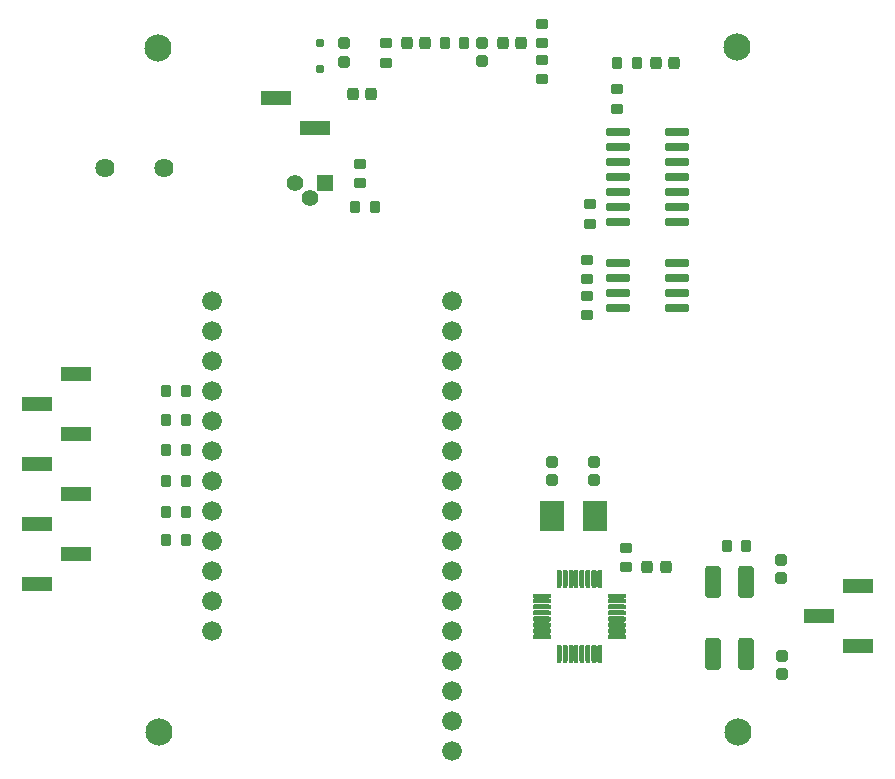
<source format=gts>
%TF.GenerationSoftware,KiCad,Pcbnew,(6.0.4-0)*%
%TF.CreationDate,2022-04-21T19:59:26-07:00*%
%TF.ProjectId,Labpass RFID Reader,4c616270-6173-4732-9052-464944205265,0.1.0*%
%TF.SameCoordinates,Original*%
%TF.FileFunction,Soldermask,Top*%
%TF.FilePolarity,Negative*%
%FSLAX46Y46*%
G04 Gerber Fmt 4.6, Leading zero omitted, Abs format (unit mm)*
G04 Created by KiCad (PCBNEW (6.0.4-0)) date 2022-04-21 19:59:26*
%MOMM*%
%LPD*%
G01*
G04 APERTURE LIST*
G04 Aperture macros list*
%AMRoundRect*
0 Rectangle with rounded corners*
0 $1 Rounding radius*
0 $2 $3 $4 $5 $6 $7 $8 $9 X,Y pos of 4 corners*
0 Add a 4 corners polygon primitive as box body*
4,1,4,$2,$3,$4,$5,$6,$7,$8,$9,$2,$3,0*
0 Add four circle primitives for the rounded corners*
1,1,$1+$1,$2,$3*
1,1,$1+$1,$4,$5*
1,1,$1+$1,$6,$7*
1,1,$1+$1,$8,$9*
0 Add four rect primitives between the rounded corners*
20,1,$1+$1,$2,$3,$4,$5,0*
20,1,$1+$1,$4,$5,$6,$7,0*
20,1,$1+$1,$6,$7,$8,$9,0*
20,1,$1+$1,$8,$9,$2,$3,0*%
G04 Aperture macros list end*
%ADD10RoundRect,0.250800X0.200000X0.275000X-0.200000X0.275000X-0.200000X-0.275000X0.200000X-0.275000X0*%
%ADD11RoundRect,0.275800X0.225000X0.250000X-0.225000X0.250000X-0.225000X-0.250000X0.225000X-0.250000X0*%
%ADD12RoundRect,0.050800X0.250000X-0.250000X0.250000X0.250000X-0.250000X0.250000X-0.250000X-0.250000X0*%
%ADD13RoundRect,0.050800X1.000000X1.200000X-1.000000X1.200000X-1.000000X-1.200000X1.000000X-1.200000X0*%
%ADD14C,1.625600*%
%ADD15RoundRect,0.300800X-0.375000X-1.075000X0.375000X-1.075000X0.375000X1.075000X-0.375000X1.075000X0*%
%ADD16RoundRect,0.275800X-0.225000X-0.250000X0.225000X-0.250000X0.225000X0.250000X-0.225000X0.250000X0*%
%ADD17RoundRect,0.050800X1.255000X0.500000X-1.255000X0.500000X-1.255000X-0.500000X1.255000X-0.500000X0*%
%ADD18C,2.301600*%
%ADD19RoundRect,0.250800X-0.200000X-0.275000X0.200000X-0.275000X0.200000X0.275000X-0.200000X0.275000X0*%
%ADD20RoundRect,0.050800X0.650000X0.650000X-0.650000X0.650000X-0.650000X-0.650000X0.650000X-0.650000X0*%
%ADD21C,1.401600*%
%ADD22RoundRect,0.250800X-0.275000X0.200000X-0.275000X-0.200000X0.275000X-0.200000X0.275000X0.200000X0*%
%ADD23RoundRect,0.050800X-1.255000X-0.500000X1.255000X-0.500000X1.255000X0.500000X-1.255000X0.500000X0*%
%ADD24RoundRect,0.250800X0.275000X-0.200000X0.275000X0.200000X-0.275000X0.200000X-0.275000X-0.200000X0*%
%ADD25RoundRect,0.275800X-0.250000X0.225000X-0.250000X-0.225000X0.250000X-0.225000X0.250000X0.225000X0*%
%ADD26RoundRect,0.275800X0.250000X-0.225000X0.250000X0.225000X-0.250000X0.225000X-0.250000X-0.225000X0*%
%ADD27RoundRect,0.200800X-0.825000X-0.150000X0.825000X-0.150000X0.825000X0.150000X-0.825000X0.150000X0*%
%ADD28C,1.676400*%
%ADD29RoundRect,0.125800X0.075000X-0.675000X0.075000X0.675000X-0.075000X0.675000X-0.075000X-0.675000X0*%
%ADD30RoundRect,0.125800X0.675000X-0.075000X0.675000X0.075000X-0.675000X0.075000X-0.675000X-0.075000X0*%
%ADD31RoundRect,0.300800X0.375000X1.075000X-0.375000X1.075000X-0.375000X-1.075000X0.375000X-1.075000X0*%
G04 APERTURE END LIST*
D10*
%TO.C,R15*%
X121091182Y-100360280D03*
X119441182Y-100360280D03*
%TD*%
D11*
%TO.C,C4*%
X149516169Y-65882169D03*
X147966169Y-65882169D03*
%TD*%
D12*
%TO.C,D1*%
X132483169Y-68110169D03*
X132483169Y-65910169D03*
%TD*%
D13*
%TO.C,Y1*%
X155775169Y-105922169D03*
X152075169Y-105922169D03*
%TD*%
D14*
%TO.C,BZ1*%
X119250169Y-76456169D03*
X114250169Y-76456169D03*
%TD*%
D15*
%TO.C,L2*%
X165733169Y-111510169D03*
X168533169Y-111510169D03*
%TD*%
D16*
%TO.C,C19*%
X160184169Y-110238169D03*
X161734169Y-110238169D03*
%TD*%
%TO.C,C8*%
X135234865Y-70228169D03*
X136784865Y-70228169D03*
%TD*%
D17*
%TO.C,L1*%
X132055000Y-73070000D03*
X128745000Y-70530000D03*
%TD*%
D10*
%TO.C,R20*%
X121091182Y-107960280D03*
X119441182Y-107960280D03*
%TD*%
D18*
%TO.C,REF\u002A\u002A*%
X118779296Y-66252193D03*
%TD*%
%TO.C,REF\u002A\u002A*%
X118819296Y-124232193D03*
%TD*%
%TO.C,REF\u002A\u002A*%
X167829296Y-124222193D03*
%TD*%
D19*
%TO.C,R14*%
X166916169Y-108460169D03*
X168566169Y-108460169D03*
%TD*%
%TO.C,R5*%
X157644169Y-67566169D03*
X159294169Y-67566169D03*
%TD*%
D20*
%TO.C,Q1*%
X132866182Y-77760280D03*
D21*
X131596182Y-79030280D03*
X130326182Y-77760280D03*
%TD*%
D22*
%TO.C,R4*%
X157644169Y-69789169D03*
X157644169Y-71439169D03*
%TD*%
D10*
%TO.C,R10*%
X137091182Y-79760280D03*
X135441182Y-79760280D03*
%TD*%
D22*
%TO.C,R3*%
X155104169Y-87252169D03*
X155104169Y-88902169D03*
%TD*%
D10*
%TO.C,R16*%
X121091182Y-95360280D03*
X119441182Y-95360280D03*
%TD*%
D23*
%TO.C,J2*%
X111800000Y-93910000D03*
X108490000Y-96450000D03*
X111800000Y-98990000D03*
X108490000Y-101530000D03*
X111800000Y-104070000D03*
X108490000Y-106610000D03*
X111800000Y-109150000D03*
X108490000Y-111690000D03*
%TD*%
D24*
%TO.C,R9*%
X138086169Y-67532169D03*
X138086169Y-65882169D03*
%TD*%
D11*
%TO.C,C3*%
X162476169Y-67566169D03*
X160926169Y-67566169D03*
%TD*%
D25*
%TO.C,C17*%
X155703169Y-101322169D03*
X155703169Y-102872169D03*
%TD*%
D10*
%TO.C,R18*%
X121091182Y-102960280D03*
X119441182Y-102960280D03*
%TD*%
D22*
%TO.C,R7*%
X151294169Y-67280169D03*
X151294169Y-68930169D03*
%TD*%
D26*
%TO.C,C18*%
X152147169Y-102872169D03*
X152147169Y-101322169D03*
%TD*%
D17*
%TO.C,J1*%
X178055000Y-116940000D03*
X174745000Y-114400000D03*
X178055000Y-111860000D03*
%TD*%
D10*
%TO.C,R8*%
X144690169Y-65882169D03*
X143040169Y-65882169D03*
%TD*%
D16*
%TO.C,C6*%
X139838169Y-65882169D03*
X141388169Y-65882169D03*
%TD*%
D27*
%TO.C,U3*%
X157709169Y-73408169D03*
X157709169Y-74678169D03*
X157709169Y-75948169D03*
X157709169Y-77218169D03*
X157709169Y-78488169D03*
X157709169Y-79758169D03*
X157709169Y-81028169D03*
X162659169Y-81028169D03*
X162659169Y-79758169D03*
X162659169Y-78488169D03*
X162659169Y-77218169D03*
X162659169Y-75948169D03*
X162659169Y-74678169D03*
X162659169Y-73408169D03*
%TD*%
D10*
%TO.C,R17*%
X121091182Y-97760280D03*
X119441182Y-97760280D03*
%TD*%
D28*
%TO.C,U1*%
X143686169Y-123235419D03*
X123366169Y-105455419D03*
X123366169Y-107995419D03*
X123366169Y-92755419D03*
X123366169Y-97835419D03*
X143686169Y-87675419D03*
X123366169Y-102915419D03*
X123366169Y-95295419D03*
X123366169Y-100375419D03*
X143686169Y-115615419D03*
X143686169Y-113075419D03*
X143686169Y-110535419D03*
X143686169Y-107995419D03*
X143686169Y-105455419D03*
X143686169Y-102915419D03*
X123366169Y-115615419D03*
X123366169Y-113075419D03*
X143686169Y-118155419D03*
X143686169Y-95295419D03*
X143686169Y-97835419D03*
X143686169Y-120695419D03*
X143686169Y-125775419D03*
X143686169Y-92755419D03*
X143686169Y-100375419D03*
X123366169Y-90215419D03*
X123366169Y-87675419D03*
X143686169Y-90215419D03*
X123366169Y-110535419D03*
%TD*%
D26*
%TO.C,C20*%
X171526169Y-111172169D03*
X171526169Y-109622169D03*
%TD*%
D27*
%TO.C,U2*%
X157709169Y-84457169D03*
X157709169Y-85727169D03*
X157709169Y-86997169D03*
X157709169Y-88267169D03*
X162659169Y-88267169D03*
X162659169Y-86997169D03*
X162659169Y-85727169D03*
X162659169Y-84457169D03*
%TD*%
D18*
%TO.C,REF\u002A\u002A*%
X167789296Y-66232193D03*
%TD*%
D10*
%TO.C,R19*%
X121091182Y-105560280D03*
X119441182Y-105560280D03*
%TD*%
D26*
%TO.C,C21*%
X171626169Y-119322169D03*
X171626169Y-117772169D03*
%TD*%
D24*
%TO.C,R11*%
X135851182Y-77760280D03*
X135851182Y-76110280D03*
%TD*%
D29*
%TO.C,U4*%
X152683169Y-117575169D03*
X153183169Y-117575169D03*
X153683169Y-117575169D03*
X154183169Y-117575169D03*
X154683169Y-117575169D03*
X155183169Y-117575169D03*
X155683169Y-117575169D03*
X156183169Y-117575169D03*
D30*
X157608169Y-116150169D03*
X157608169Y-115650169D03*
X157608169Y-115150169D03*
X157608169Y-114650169D03*
X157608169Y-114150169D03*
X157608169Y-113650169D03*
X157608169Y-113150169D03*
X157608169Y-112650169D03*
D29*
X156183169Y-111225169D03*
X155683169Y-111225169D03*
X155183169Y-111225169D03*
X154683169Y-111225169D03*
X154183169Y-111225169D03*
X153683169Y-111225169D03*
X153183169Y-111225169D03*
X152683169Y-111225169D03*
D30*
X151258169Y-112650169D03*
X151258169Y-113150169D03*
X151258169Y-113650169D03*
X151258169Y-114150169D03*
X151258169Y-114650169D03*
X151258169Y-115150169D03*
X151258169Y-115650169D03*
X151258169Y-116150169D03*
%TD*%
D22*
%TO.C,R1*%
X155358169Y-79504169D03*
X155358169Y-81154169D03*
%TD*%
D31*
%TO.C,L3*%
X168533169Y-117604169D03*
X165733169Y-117604169D03*
%TD*%
D25*
%TO.C,C5*%
X146214169Y-65882169D03*
X146214169Y-67432169D03*
%TD*%
D22*
%TO.C,R2*%
X155104169Y-84204169D03*
X155104169Y-85854169D03*
%TD*%
D25*
%TO.C,C7*%
X134530169Y-65910169D03*
X134530169Y-67460169D03*
%TD*%
D22*
%TO.C,R6*%
X151294169Y-64232169D03*
X151294169Y-65882169D03*
%TD*%
%TO.C,R13*%
X158406169Y-108588169D03*
X158406169Y-110238169D03*
%TD*%
G36*
X152885632Y-116902875D02*
G01*
X152906313Y-116933829D01*
X152942597Y-116941047D01*
X152973540Y-116920372D01*
X152980521Y-116903520D01*
X152982108Y-116902302D01*
X152983956Y-116903068D01*
X152984369Y-116904285D01*
X152984369Y-118246352D01*
X152983369Y-118248084D01*
X152981369Y-118248084D01*
X152980706Y-118247463D01*
X152960025Y-118216509D01*
X152923741Y-118209291D01*
X152892798Y-118229966D01*
X152885817Y-118246818D01*
X152884230Y-118248036D01*
X152882382Y-118247270D01*
X152881969Y-118246053D01*
X152881969Y-116903986D01*
X152882969Y-116902254D01*
X152884969Y-116902254D01*
X152885632Y-116902875D01*
G37*
G36*
X155885632Y-116902875D02*
G01*
X155906313Y-116933829D01*
X155942597Y-116941047D01*
X155973540Y-116920372D01*
X155980521Y-116903520D01*
X155982108Y-116902302D01*
X155983956Y-116903068D01*
X155984369Y-116904285D01*
X155984369Y-118246352D01*
X155983369Y-118248084D01*
X155981369Y-118248084D01*
X155980706Y-118247463D01*
X155960025Y-118216509D01*
X155923741Y-118209291D01*
X155892798Y-118229966D01*
X155885817Y-118246818D01*
X155884230Y-118248036D01*
X155882382Y-118247270D01*
X155881969Y-118246053D01*
X155881969Y-116903986D01*
X155882969Y-116902254D01*
X155884969Y-116902254D01*
X155885632Y-116902875D01*
G37*
G36*
X155385632Y-116902875D02*
G01*
X155406313Y-116933829D01*
X155442597Y-116941047D01*
X155473540Y-116920372D01*
X155480521Y-116903520D01*
X155482108Y-116902302D01*
X155483956Y-116903068D01*
X155484369Y-116904285D01*
X155484369Y-118246352D01*
X155483369Y-118248084D01*
X155481369Y-118248084D01*
X155480706Y-118247463D01*
X155460025Y-118216509D01*
X155423741Y-118209291D01*
X155392798Y-118229966D01*
X155385817Y-118246818D01*
X155384230Y-118248036D01*
X155382382Y-118247270D01*
X155381969Y-118246053D01*
X155381969Y-116903986D01*
X155382969Y-116902254D01*
X155384969Y-116902254D01*
X155385632Y-116902875D01*
G37*
G36*
X154885632Y-116902875D02*
G01*
X154906313Y-116933829D01*
X154942597Y-116941047D01*
X154973540Y-116920372D01*
X154980521Y-116903520D01*
X154982108Y-116902302D01*
X154983956Y-116903068D01*
X154984369Y-116904285D01*
X154984369Y-118246352D01*
X154983369Y-118248084D01*
X154981369Y-118248084D01*
X154980706Y-118247463D01*
X154960025Y-118216509D01*
X154923741Y-118209291D01*
X154892798Y-118229966D01*
X154885817Y-118246818D01*
X154884230Y-118248036D01*
X154882382Y-118247270D01*
X154881969Y-118246053D01*
X154881969Y-116903986D01*
X154882969Y-116902254D01*
X154884969Y-116902254D01*
X154885632Y-116902875D01*
G37*
G36*
X154385632Y-116902875D02*
G01*
X154406313Y-116933829D01*
X154442597Y-116941047D01*
X154473540Y-116920372D01*
X154480521Y-116903520D01*
X154482108Y-116902302D01*
X154483956Y-116903068D01*
X154484369Y-116904285D01*
X154484369Y-118246352D01*
X154483369Y-118248084D01*
X154481369Y-118248084D01*
X154480706Y-118247463D01*
X154460025Y-118216509D01*
X154423741Y-118209291D01*
X154392798Y-118229966D01*
X154385817Y-118246818D01*
X154384230Y-118248036D01*
X154382382Y-118247270D01*
X154381969Y-118246053D01*
X154381969Y-116903986D01*
X154382969Y-116902254D01*
X154384969Y-116902254D01*
X154385632Y-116902875D01*
G37*
G36*
X153385632Y-116902875D02*
G01*
X153406313Y-116933829D01*
X153442597Y-116941047D01*
X153473540Y-116920372D01*
X153480521Y-116903520D01*
X153482108Y-116902302D01*
X153483956Y-116903068D01*
X153484369Y-116904285D01*
X153484369Y-118246352D01*
X153483369Y-118248084D01*
X153481369Y-118248084D01*
X153480706Y-118247463D01*
X153460025Y-118216509D01*
X153423741Y-118209291D01*
X153392798Y-118229966D01*
X153385817Y-118246818D01*
X153384230Y-118248036D01*
X153382382Y-118247270D01*
X153381969Y-118246053D01*
X153381969Y-116903986D01*
X153382969Y-116902254D01*
X153384969Y-116902254D01*
X153385632Y-116902875D01*
G37*
G36*
X153885632Y-116902875D02*
G01*
X153906313Y-116933829D01*
X153942597Y-116941047D01*
X153973540Y-116920372D01*
X153980521Y-116903520D01*
X153982108Y-116902302D01*
X153983956Y-116903068D01*
X153984369Y-116904285D01*
X153984369Y-118246352D01*
X153983369Y-118248084D01*
X153981369Y-118248084D01*
X153980706Y-118247463D01*
X153960025Y-118216509D01*
X153923741Y-118209291D01*
X153892798Y-118229966D01*
X153885817Y-118246818D01*
X153884230Y-118248036D01*
X153882382Y-118247270D01*
X153881969Y-118246053D01*
X153881969Y-116903986D01*
X153882969Y-116902254D01*
X153884969Y-116902254D01*
X153885632Y-116902875D01*
G37*
G36*
X158281084Y-115849969D02*
G01*
X158281084Y-115851969D01*
X158280463Y-115852632D01*
X158249509Y-115873313D01*
X158242291Y-115909597D01*
X158262966Y-115940540D01*
X158279818Y-115947521D01*
X158281036Y-115949108D01*
X158280270Y-115950956D01*
X158279053Y-115951369D01*
X156936986Y-115951369D01*
X156935254Y-115950369D01*
X156935254Y-115948369D01*
X156935875Y-115947706D01*
X156966829Y-115927025D01*
X156974047Y-115890741D01*
X156953372Y-115859798D01*
X156936520Y-115852817D01*
X156935302Y-115851230D01*
X156936068Y-115849382D01*
X156937285Y-115848969D01*
X158279352Y-115848969D01*
X158281084Y-115849969D01*
G37*
G36*
X151931084Y-115849969D02*
G01*
X151931084Y-115851969D01*
X151930463Y-115852632D01*
X151899509Y-115873313D01*
X151892291Y-115909597D01*
X151912966Y-115940540D01*
X151929818Y-115947521D01*
X151931036Y-115949108D01*
X151930270Y-115950956D01*
X151929053Y-115951369D01*
X150586986Y-115951369D01*
X150585254Y-115950369D01*
X150585254Y-115948369D01*
X150585875Y-115947706D01*
X150616829Y-115927025D01*
X150624047Y-115890741D01*
X150603372Y-115859798D01*
X150586520Y-115852817D01*
X150585302Y-115851230D01*
X150586068Y-115849382D01*
X150587285Y-115848969D01*
X151929352Y-115848969D01*
X151931084Y-115849969D01*
G37*
G36*
X158281084Y-115349969D02*
G01*
X158281084Y-115351969D01*
X158280463Y-115352632D01*
X158249509Y-115373313D01*
X158242291Y-115409597D01*
X158262966Y-115440540D01*
X158279818Y-115447521D01*
X158281036Y-115449108D01*
X158280270Y-115450956D01*
X158279053Y-115451369D01*
X156936986Y-115451369D01*
X156935254Y-115450369D01*
X156935254Y-115448369D01*
X156935875Y-115447706D01*
X156966829Y-115427025D01*
X156974047Y-115390741D01*
X156953372Y-115359798D01*
X156936520Y-115352817D01*
X156935302Y-115351230D01*
X156936068Y-115349382D01*
X156937285Y-115348969D01*
X158279352Y-115348969D01*
X158281084Y-115349969D01*
G37*
G36*
X151931084Y-115349969D02*
G01*
X151931084Y-115351969D01*
X151930463Y-115352632D01*
X151899509Y-115373313D01*
X151892291Y-115409597D01*
X151912966Y-115440540D01*
X151929818Y-115447521D01*
X151931036Y-115449108D01*
X151930270Y-115450956D01*
X151929053Y-115451369D01*
X150586986Y-115451369D01*
X150585254Y-115450369D01*
X150585254Y-115448369D01*
X150585875Y-115447706D01*
X150616829Y-115427025D01*
X150624047Y-115390741D01*
X150603372Y-115359798D01*
X150586520Y-115352817D01*
X150585302Y-115351230D01*
X150586068Y-115349382D01*
X150587285Y-115348969D01*
X151929352Y-115348969D01*
X151931084Y-115349969D01*
G37*
G36*
X158281084Y-114849969D02*
G01*
X158281084Y-114851969D01*
X158280463Y-114852632D01*
X158249509Y-114873313D01*
X158242291Y-114909597D01*
X158262966Y-114940540D01*
X158279818Y-114947521D01*
X158281036Y-114949108D01*
X158280270Y-114950956D01*
X158279053Y-114951369D01*
X156936986Y-114951369D01*
X156935254Y-114950369D01*
X156935254Y-114948369D01*
X156935875Y-114947706D01*
X156966829Y-114927025D01*
X156974047Y-114890741D01*
X156953372Y-114859798D01*
X156936520Y-114852817D01*
X156935302Y-114851230D01*
X156936068Y-114849382D01*
X156937285Y-114848969D01*
X158279352Y-114848969D01*
X158281084Y-114849969D01*
G37*
G36*
X151931084Y-114849969D02*
G01*
X151931084Y-114851969D01*
X151930463Y-114852632D01*
X151899509Y-114873313D01*
X151892291Y-114909597D01*
X151912966Y-114940540D01*
X151929818Y-114947521D01*
X151931036Y-114949108D01*
X151930270Y-114950956D01*
X151929053Y-114951369D01*
X150586986Y-114951369D01*
X150585254Y-114950369D01*
X150585254Y-114948369D01*
X150585875Y-114947706D01*
X150616829Y-114927025D01*
X150624047Y-114890741D01*
X150603372Y-114859798D01*
X150586520Y-114852817D01*
X150585302Y-114851230D01*
X150586068Y-114849382D01*
X150587285Y-114848969D01*
X151929352Y-114848969D01*
X151931084Y-114849969D01*
G37*
G36*
X158281084Y-114349969D02*
G01*
X158281084Y-114351969D01*
X158280463Y-114352632D01*
X158249509Y-114373313D01*
X158242291Y-114409597D01*
X158262966Y-114440540D01*
X158279818Y-114447521D01*
X158281036Y-114449108D01*
X158280270Y-114450956D01*
X158279053Y-114451369D01*
X156936986Y-114451369D01*
X156935254Y-114450369D01*
X156935254Y-114448369D01*
X156935875Y-114447706D01*
X156966829Y-114427025D01*
X156974047Y-114390741D01*
X156953372Y-114359798D01*
X156936520Y-114352817D01*
X156935302Y-114351230D01*
X156936068Y-114349382D01*
X156937285Y-114348969D01*
X158279352Y-114348969D01*
X158281084Y-114349969D01*
G37*
G36*
X151931084Y-114349969D02*
G01*
X151931084Y-114351969D01*
X151930463Y-114352632D01*
X151899509Y-114373313D01*
X151892291Y-114409597D01*
X151912966Y-114440540D01*
X151929818Y-114447521D01*
X151931036Y-114449108D01*
X151930270Y-114450956D01*
X151929053Y-114451369D01*
X150586986Y-114451369D01*
X150585254Y-114450369D01*
X150585254Y-114448369D01*
X150585875Y-114447706D01*
X150616829Y-114427025D01*
X150624047Y-114390741D01*
X150603372Y-114359798D01*
X150586520Y-114352817D01*
X150585302Y-114351230D01*
X150586068Y-114349382D01*
X150587285Y-114348969D01*
X151929352Y-114348969D01*
X151931084Y-114349969D01*
G37*
G36*
X158281084Y-113849969D02*
G01*
X158281084Y-113851969D01*
X158280463Y-113852632D01*
X158249509Y-113873313D01*
X158242291Y-113909597D01*
X158262966Y-113940540D01*
X158279818Y-113947521D01*
X158281036Y-113949108D01*
X158280270Y-113950956D01*
X158279053Y-113951369D01*
X156936986Y-113951369D01*
X156935254Y-113950369D01*
X156935254Y-113948369D01*
X156935875Y-113947706D01*
X156966829Y-113927025D01*
X156974047Y-113890741D01*
X156953372Y-113859798D01*
X156936520Y-113852817D01*
X156935302Y-113851230D01*
X156936068Y-113849382D01*
X156937285Y-113848969D01*
X158279352Y-113848969D01*
X158281084Y-113849969D01*
G37*
G36*
X151931084Y-113849969D02*
G01*
X151931084Y-113851969D01*
X151930463Y-113852632D01*
X151899509Y-113873313D01*
X151892291Y-113909597D01*
X151912966Y-113940540D01*
X151929818Y-113947521D01*
X151931036Y-113949108D01*
X151930270Y-113950956D01*
X151929053Y-113951369D01*
X150586986Y-113951369D01*
X150585254Y-113950369D01*
X150585254Y-113948369D01*
X150585875Y-113947706D01*
X150616829Y-113927025D01*
X150624047Y-113890741D01*
X150603372Y-113859798D01*
X150586520Y-113852817D01*
X150585302Y-113851230D01*
X150586068Y-113849382D01*
X150587285Y-113848969D01*
X151929352Y-113848969D01*
X151931084Y-113849969D01*
G37*
G36*
X158281084Y-113349969D02*
G01*
X158281084Y-113351969D01*
X158280463Y-113352632D01*
X158249509Y-113373313D01*
X158242291Y-113409597D01*
X158262966Y-113440540D01*
X158279818Y-113447521D01*
X158281036Y-113449108D01*
X158280270Y-113450956D01*
X158279053Y-113451369D01*
X156936986Y-113451369D01*
X156935254Y-113450369D01*
X156935254Y-113448369D01*
X156935875Y-113447706D01*
X156966829Y-113427025D01*
X156974047Y-113390741D01*
X156953372Y-113359798D01*
X156936520Y-113352817D01*
X156935302Y-113351230D01*
X156936068Y-113349382D01*
X156937285Y-113348969D01*
X158279352Y-113348969D01*
X158281084Y-113349969D01*
G37*
G36*
X151931084Y-113349969D02*
G01*
X151931084Y-113351969D01*
X151930463Y-113352632D01*
X151899509Y-113373313D01*
X151892291Y-113409597D01*
X151912966Y-113440540D01*
X151929818Y-113447521D01*
X151931036Y-113449108D01*
X151930270Y-113450956D01*
X151929053Y-113451369D01*
X150586986Y-113451369D01*
X150585254Y-113450369D01*
X150585254Y-113448369D01*
X150585875Y-113447706D01*
X150616829Y-113427025D01*
X150624047Y-113390741D01*
X150603372Y-113359798D01*
X150586520Y-113352817D01*
X150585302Y-113351230D01*
X150586068Y-113349382D01*
X150587285Y-113348969D01*
X151929352Y-113348969D01*
X151931084Y-113349969D01*
G37*
G36*
X158281084Y-112849969D02*
G01*
X158281084Y-112851969D01*
X158280463Y-112852632D01*
X158249509Y-112873313D01*
X158242291Y-112909597D01*
X158262966Y-112940540D01*
X158279818Y-112947521D01*
X158281036Y-112949108D01*
X158280270Y-112950956D01*
X158279053Y-112951369D01*
X156936986Y-112951369D01*
X156935254Y-112950369D01*
X156935254Y-112948369D01*
X156935875Y-112947706D01*
X156966829Y-112927025D01*
X156974047Y-112890741D01*
X156953372Y-112859798D01*
X156936520Y-112852817D01*
X156935302Y-112851230D01*
X156936068Y-112849382D01*
X156937285Y-112848969D01*
X158279352Y-112848969D01*
X158281084Y-112849969D01*
G37*
G36*
X151931084Y-112849969D02*
G01*
X151931084Y-112851969D01*
X151930463Y-112852632D01*
X151899509Y-112873313D01*
X151892291Y-112909597D01*
X151912966Y-112940540D01*
X151929818Y-112947521D01*
X151931036Y-112949108D01*
X151930270Y-112950956D01*
X151929053Y-112951369D01*
X150586986Y-112951369D01*
X150585254Y-112950369D01*
X150585254Y-112948369D01*
X150585875Y-112947706D01*
X150616829Y-112927025D01*
X150624047Y-112890741D01*
X150603372Y-112859798D01*
X150586520Y-112852817D01*
X150585302Y-112851230D01*
X150586068Y-112849382D01*
X150587285Y-112848969D01*
X151929352Y-112848969D01*
X151931084Y-112849969D01*
G37*
G36*
X155885632Y-110552875D02*
G01*
X155906313Y-110583829D01*
X155942597Y-110591047D01*
X155973540Y-110570372D01*
X155980521Y-110553520D01*
X155982108Y-110552302D01*
X155983956Y-110553068D01*
X155984369Y-110554285D01*
X155984369Y-111896352D01*
X155983369Y-111898084D01*
X155981369Y-111898084D01*
X155980706Y-111897463D01*
X155960025Y-111866509D01*
X155923741Y-111859291D01*
X155892798Y-111879966D01*
X155885817Y-111896818D01*
X155884230Y-111898036D01*
X155882382Y-111897270D01*
X155881969Y-111896053D01*
X155881969Y-110553986D01*
X155882969Y-110552254D01*
X155884969Y-110552254D01*
X155885632Y-110552875D01*
G37*
G36*
X155385632Y-110552875D02*
G01*
X155406313Y-110583829D01*
X155442597Y-110591047D01*
X155473540Y-110570372D01*
X155480521Y-110553520D01*
X155482108Y-110552302D01*
X155483956Y-110553068D01*
X155484369Y-110554285D01*
X155484369Y-111896352D01*
X155483369Y-111898084D01*
X155481369Y-111898084D01*
X155480706Y-111897463D01*
X155460025Y-111866509D01*
X155423741Y-111859291D01*
X155392798Y-111879966D01*
X155385817Y-111896818D01*
X155384230Y-111898036D01*
X155382382Y-111897270D01*
X155381969Y-111896053D01*
X155381969Y-110553986D01*
X155382969Y-110552254D01*
X155384969Y-110552254D01*
X155385632Y-110552875D01*
G37*
G36*
X154885632Y-110552875D02*
G01*
X154906313Y-110583829D01*
X154942597Y-110591047D01*
X154973540Y-110570372D01*
X154980521Y-110553520D01*
X154982108Y-110552302D01*
X154983956Y-110553068D01*
X154984369Y-110554285D01*
X154984369Y-111896352D01*
X154983369Y-111898084D01*
X154981369Y-111898084D01*
X154980706Y-111897463D01*
X154960025Y-111866509D01*
X154923741Y-111859291D01*
X154892798Y-111879966D01*
X154885817Y-111896818D01*
X154884230Y-111898036D01*
X154882382Y-111897270D01*
X154881969Y-111896053D01*
X154881969Y-110553986D01*
X154882969Y-110552254D01*
X154884969Y-110552254D01*
X154885632Y-110552875D01*
G37*
G36*
X152885632Y-110552875D02*
G01*
X152906313Y-110583829D01*
X152942597Y-110591047D01*
X152973540Y-110570372D01*
X152980521Y-110553520D01*
X152982108Y-110552302D01*
X152983956Y-110553068D01*
X152984369Y-110554285D01*
X152984369Y-111896352D01*
X152983369Y-111898084D01*
X152981369Y-111898084D01*
X152980706Y-111897463D01*
X152960025Y-111866509D01*
X152923741Y-111859291D01*
X152892798Y-111879966D01*
X152885817Y-111896818D01*
X152884230Y-111898036D01*
X152882382Y-111897270D01*
X152881969Y-111896053D01*
X152881969Y-110553986D01*
X152882969Y-110552254D01*
X152884969Y-110552254D01*
X152885632Y-110552875D01*
G37*
G36*
X154385632Y-110552875D02*
G01*
X154406313Y-110583829D01*
X154442597Y-110591047D01*
X154473540Y-110570372D01*
X154480521Y-110553520D01*
X154482108Y-110552302D01*
X154483956Y-110553068D01*
X154484369Y-110554285D01*
X154484369Y-111896352D01*
X154483369Y-111898084D01*
X154481369Y-111898084D01*
X154480706Y-111897463D01*
X154460025Y-111866509D01*
X154423741Y-111859291D01*
X154392798Y-111879966D01*
X154385817Y-111896818D01*
X154384230Y-111898036D01*
X154382382Y-111897270D01*
X154381969Y-111896053D01*
X154381969Y-110553986D01*
X154382969Y-110552254D01*
X154384969Y-110552254D01*
X154385632Y-110552875D01*
G37*
G36*
X153885632Y-110552875D02*
G01*
X153906313Y-110583829D01*
X153942597Y-110591047D01*
X153973540Y-110570372D01*
X153980521Y-110553520D01*
X153982108Y-110552302D01*
X153983956Y-110553068D01*
X153984369Y-110554285D01*
X153984369Y-111896352D01*
X153983369Y-111898084D01*
X153981369Y-111898084D01*
X153980706Y-111897463D01*
X153960025Y-111866509D01*
X153923741Y-111859291D01*
X153892798Y-111879966D01*
X153885817Y-111896818D01*
X153884230Y-111898036D01*
X153882382Y-111897270D01*
X153881969Y-111896053D01*
X153881969Y-110553986D01*
X153882969Y-110552254D01*
X153884969Y-110552254D01*
X153885632Y-110552875D01*
G37*
G36*
X153385632Y-110552875D02*
G01*
X153406313Y-110583829D01*
X153442597Y-110591047D01*
X153473540Y-110570372D01*
X153480521Y-110553520D01*
X153482108Y-110552302D01*
X153483956Y-110553068D01*
X153484369Y-110554285D01*
X153484369Y-111896352D01*
X153483369Y-111898084D01*
X153481369Y-111898084D01*
X153480706Y-111897463D01*
X153460025Y-111866509D01*
X153423741Y-111859291D01*
X153392798Y-111879966D01*
X153385817Y-111896818D01*
X153384230Y-111898036D01*
X153382382Y-111897270D01*
X153381969Y-111896053D01*
X153381969Y-110553986D01*
X153382969Y-110552254D01*
X153384969Y-110552254D01*
X153385632Y-110552875D01*
G37*
M02*

</source>
